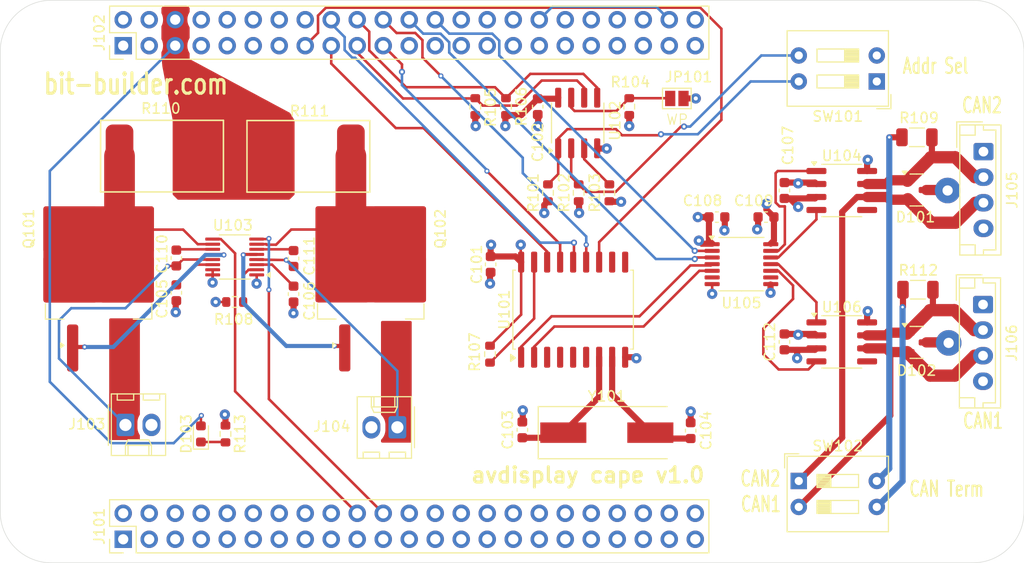
<source format=kicad_pcb>
(kicad_pcb (version 20240108) (generator "pcbnew") (generator_version "8.0")
  (title_block (title "Avdisplay Cape") (rev "1.0") (company "bit-builder.com"))
  (layers (0 "F.Cu" signal) (1 "In1.Cu" power) (2 "In2.Cu" power) (31 "B.Cu" signal) (34 "B.Paste" user) (35 "F.Paste" user) (36 "B.SilkS" user "B.Silkscreen") (37 "F.SilkS" user "F.Silkscreen") (38 "B.Mask" user) (39 "F.Mask" user) (44 "Edge.Cuts" user))
  (net 0 "")
  (net 1 "GPIO1_4")
  (net 2 "GND")
  (net 3 "Net-(U101-OSC2)")
  (net 4 "Net-(U101-OSC1)")
  (net 5 "GPIO2_2")
  (net 6 "Net-(U103-COMP)")
  (net 7 "Net-(U103-CPO1)")
  (net 8 "VIN1")
  (net 9 "Net-(U103-CPO2)")
  (net 10 "VIN2")
  (net 11 "Net-(D101-A2)")
  (net 12 "Net-(D101-A1)")
  (net 13 "Net-(D102-A1)")
  (net 14 "Net-(D102-A2)")
  (net 16 "GPIO2_5")
  (net 21 "GPIO1_7")
  (net 22 "GPIO1_1")
  (net 28 "GPIO1_3")
  (net 34 "GPIO2_3")
  (net 38 "GPIO1_17")
  (net 39 "GPIO1_30")
  (net 41 "GPIO2_4")
  (net 42 "GPIO1_29")
  (net 44 "GPIO1_0")
  (net 46 "GPIO1_6")
  (net 47 "GPIO3_21")
  (net 54 "GPIO1_2")
  (net 55 "AIN0")
  (net 56 "GPIO0_20")
  (net 59 "AIN5")
  (net 60 "I2C2_SDA")
  (net 61 "GPIO3_16")
  (net 62 "AIN6")
  (net 63 "GPIO0_30")
  (net 64 "AIN3")
  (net 65 "GPIO0_31")
  (net 66 "GPIO1_28")
  (net 68 "AIN4")
  (net 69 "SYS_RESETn")
  (net 70 "GPIO3_14")
  (net 71 "SYS_5V")
  (net 72 "GPIO3_15")
  (net 73 "GPIO1_19")
  (net 75 "SCK")
  (net 76 "GPIO3_17")
  (net 77 "PWR_BUT")
  (net 78 "AIN1")
  (net 79 "GPIO0_7")
  (net 80 "AIN2")
  (net 81 "VDD_5V")
  (net 82 "MOSI")
  (net 83 "DC_3.3V")
  (net 84 "MISO")
  (net 85 "I2C2_SCL")
  (net 86 "DCAN1_TX")
  (net 87 "CAN_CS")
  (net 89 "DCAN1_RX")
  (net 90 "CAN_INT")
  (net 95 "Net-(Q101-G)")
  (net 96 "Net-(Q101-D)")
  (net 97 "Net-(Q102-D)")
  (net 98 "Net-(Q102-G)")
  (net 99 "Net-(U102-A0)")
  (net 100 "Net-(U102-A1)")
  (net 101 "Net-(U102-A2)")
  (net 102 "Net-(JP101-B)")
  (net 103 "Net-(U101-~{RESET})")
  (net 104 "Net-(U103-RANGE)")
  (net 105 "Net-(R109-Pad2)")
  (net 106 "Net-(R112-Pad1)")
  (net 109 "MCP_CAN_RX")
  (net 112 "MCP_CAN_TX")
  (net 115 "FETON2")
  (net 116 "FETON1")
  (net 117 "Net-(U104-RXD)")
  (net 119 "Net-(U104-TXD)")
  (net 122 "Net-(U105-B3)")
  (net 123 "Net-(U105-B4)")
  (net 125 "Net-(D103-K)")
  (net 126 "Net-(U103-VCC)")
  (footprint "Package_TO_SOT_SMD:SOT-23" (layer "F.Cu") (at 178.8725 95.45)
    (property "Reference" "D101")
    (property "Value" "CDSOT23-T24CAN")
  )
  (footprint "Resistor_SMD:R_0603_1608Metric" (layer "F.Cu") (at 111.36 119.3 -90)
    (property "Reference" "R113")
    (property "Value" "680")
  )
  (footprint "Package_TO_SOT_SMD:SOT-23" (layer "F.Cu") (at 178.8725 110.35)
    (property "Reference" "D102")
    (property "Value" "CDSOT23-T24CAN")
  )
  (footprint "Package_TO_SOT_SMD:TO-263-2" (layer "F.Cu") (at 98.97 103.25 90)
    (property "Reference" "Q101")
    (property "Value" "PSMN4R3-30BL,118")
  )
  (footprint "Capacitor_SMD:C_0603_1608Metric" (layer "F.Cu") (at 156.8 118.975 90)
    (property "Reference" "C104")
    (property "Value" "30pF")
  )
  (footprint "Package_SO:SOIC-8_3.9x4.9mm_P1.27mm" (layer "F.Cu") (at 171.56 95.5)
    (property "Reference" "U104")
    (property "Value" "MCP2551-I-SN")
  )
  (footprint "Resistor_SMD:R_0603_1608Metric" (layer "F.Cu") (at 148.86 95.725 90)
    (property "Reference" "R103")
    (property "Value" "5.6K")
  )
  (footprint "LED_SMD:LED_0603_1608Metric" (layer "F.Cu") (at 108.96 119.3 90)
    (property "Reference" "D103")
    (property "Value" "LED")
  )
  (footprint "Resistor_SMD:R_0603_1608Metric" (layer "F.Cu") (at 145.86 95.725 90)
    (property "Reference" "R102")
    (property "Value" "5.6K")
  )
  (footprint "Connector_Molex:Molex_KK-254_AE-6410-02A_1x02_P2.54mm_Vertical" (layer "F.Cu") (at 101.59 118.42)
    (property "Reference" "J103")
    (property "Value" "VIN1")
  )
  (footprint "Button_Switch_THT:SW_DIP_SPSTx02_Slide_9.78x7.26mm_W7.62mm_P2.54mm" (layer "F.Cu") (at 167.36 123.9)
    (property "Reference" "SW102")
    (property "Value" "CAN Term")
  )
  (footprint "Package_SO:SOIC-8_3.9x4.9mm_P1.27mm" (layer "F.Cu") (at 171.56 110.3)
    (property "Reference" "U106")
    (property "Value" "MCP2551-I-SN")
  )
  (footprint "Package_TO_SOT_SMD:TO-263-2" (layer "F.Cu") (at 125.55 103.24 90)
    (property "Reference" "Q102")
    (property "Value" "PSMN4R3-30BL,118")
  )
  (footprint "Resistor_SMD:R_0603_1608Metric" (layer "F.Cu") (at 138.76 87.3 90)
    (property "Reference" "R106")
    (property "Value" "5.6K")
  )
  (footprint "Capacitor_SMD:C_0603_1608Metric" (layer "F.Cu") (at 137.26 102.725 -90)
    (property "Reference" "C101")
    (property "Value" "0.1 uF")
  )
  (footprint "Package_SO:SOIC-8_3.9x4.9mm_P1.27mm" (layer "F.Cu") (at 145.765 88.9 90)
    (property "Reference" "U102")
    (property "Value" "CAT24C256")
  )
  (footprint "My Custom Footprints:WSLP3921" (layer "F.Cu") (at 119.46 92.15 180)
    (property "Reference" "R111")
    (property "Value" "2.5m")
  )
  (footprint "Capacitor_SMD:C_0603_1608Metric" (layer "F.Cu") (at 141.86 87.3 -90)
    (property "Reference" "C102")
    (property "Value" "0.1 uF")
  )
  (footprint "Capacitor_SMD:C_0603_1608Metric" (layer "F.Cu") (at 118.01 102.15 -90)
    (property "Reference" "C111")
    (property "Value" "39nF")
  )
  (footprint "Capacitor_SMD:C_0603_1608Metric" (layer "F.Cu") (at 159.36 98.1)
    (property "Reference" "C108")
    (property "Value" "0.1 uF")
  )
  (footprint "Resistor_SMD:R_0603_1608Metric" (layer "F.Cu") (at 135.76 87.3 90)
    (property "Reference" "R105")
    (property "Value" "5.6K")
  )
  (footprint "Crystal:Crystal_SMD_HC49-SD" (layer "F.Cu") (at 148.61 119.175)
    (property "Reference" "Y101")
    (property "Value" "16 MHz")
  )
  (footprint "Resistor_SMD:R_0603_1608Metric" (layer "F.Cu") (at 137.2 111.5 90)
    (property "Reference" "R107")
    (property "Value" "10K")
  )
  (footprint "Resistor_SMD:R_0603_1608Metric" (layer "F.Cu") (at 142.86 95.725 90)
    (property "Reference" "R101")
    (property "Value" "5.6K")
  )
  (footprint "Connector_JST:JST_EH_B4B-EH-A_1x04_P2.50mm_Vertical" (layer "F.Cu") (at 185.36 106.65 -90)
    (property "Reference" "J106")
    (property "Value" "CAN1")
  )
  (footprint "Connector_PinHeader_2.54mm:PinHeader_2x23_P2.54mm_Vertical" (layer "F.Cu") (at 101.37 81.34 90)
    (property "Reference" "J102")
    (property "Value" "P9")
  )
  (footprint "Capacitor_SMD:C_0603_1608Metric" (layer "F.Cu") (at 165.96 95.5 90)
    (property "Reference" "C107")
    (property "Value" "0.1 uF")
  )
  (footprint "Resistor_SMD:R_0603_1608Metric" (layer "F.Cu") (at 112.26 106.4)
    (property "Reference" "R108")
    (property "Value" "30.1K")
  )
  (footprint "Button_Switch_THT:SW_DIP_SPSTx02_Slide_9.78x7.26mm_W7.62mm_P2.54mm" (layer "F.Cu") (at 174.98 84.84 180)
    (property "Reference" "SW101")
    (property "Value" "Address Selector")
  )
  (footprint "Connector_JST:JST_EH_B4B-EH-A_1x04_P2.50mm_Vertical" (layer "F.Cu") (at 185.4 91.7 -90)
    (property "Reference" "J105")
    (property "Value" "CAN2")
  )
  (footprint "Package_SO:MSOP-16_3x4mm_P0.5mm" (layer "F.Cu") (at 112.26 102 180)
    (property "Reference" "U103")
    (property "Value" "LTC4370xMS")
  )
  (footprint "Resistor_SMD:R_1206_3216Metric" (layer "F.Cu") (at 179 105.2)
    (property "Reference" "R112")
    (property "Value" "120")
  )
  (footprint "My Custom Footprints:WSLP3921" (layer "F.Cu") (at 105.16 92.15)
    (property "Reference" "R110")
    (property "Value" "2.5m")
  )
  (footprint "Connector_PinHeader_2.54mm:PinHeader_2x23_P2.54mm_Vertical" (layer "F.Cu") (at 101.37 129.6 90)
    (property "Reference" "J101")
    (property "Value" "P8")
  )
  (footprint "Jumper:SolderJumper-2_P1.3mm_Open_Pad1.0x1.5mm" (layer "F.Cu") (at 155.45 86.5 180)
    (property "Reference" "JP101")
    (property "Value" "SolderJumper_2_Open")
  )
  (footprint "Capacitor_SMD:C_0603_1608Metric" (layer "F.Cu") (at 165.96 110.3 90)
    (property "Reference" "C112")
    (property "Value" "0.1 uF")
  )
  (footprint "Resistor_SMD:R_0603_1608Metric" (layer "F.Cu") (at 150.8 87.3 90)
    (property "Reference" "R104")
    (property "Value" "5.6K")
  )
  (footprint "Capacitor_SMD:C_0603_1608Metric" (layer "F.Cu") (at 164.16 98.1 180)
    (property "Reference" "C109")
    (property "Value" "0.1 uF")
  )
  (footprint "Capacitor_SMD:C_0603_1608Metric" (layer "F.Cu") (at 106.56 105.5 90)
    (property "Reference" "C105")
    (property "Value" "0.1 uF")
  )
  (footprint "Resistor_SMD:R_1206_3216Metric" (layer "F.Cu") (at 178.9 90.3 180)
    (property "Reference" "R109")
    (property "Value" "120")
  )
  (footprint "Capacitor_SMD:C_0603_1608Metric" (layer "F.Cu") (at 140.36 118.9 90)
    (property "Reference" "C103")
    (property "Value" "30pF")
  )
  (footprint "Package_SO:TSSOP-14_4.4x5mm_P0.65mm" (layer "F.Cu") (at 161.76 102.7)
    (property "Reference" "U105")
    (property "Value" "TXB0104PW")
  )
  (footprint "Connector_Molex:Molex_KK-254_AE-6410-02A_1x02_P2.54mm_Vertical" (layer "F.Cu") (at 128.15 118.65 180)
    (property "Reference" "J104")
    (property "Value" "VIN2")
  )
  (footprint "Capacitor_SMD:C_0603_1608Metric" (layer "F.Cu") (at 118.01 105.625 -90)
    (property "Reference" "C106")
    (property "Value" "0.18uF")
  )
  (footprint "Capacitor_SMD:C_0603_1608Metric" (layer "F.Cu") (at 106.56 102.1 90)
    (property "Reference" "C110")
    (property "Value" "39nF")
  )
  (footprint "Package_SO:SOIC-18W_7.5x11.6mm_P1.27mm" (layer "F.Cu") (at 145.32 107.15 90)
    (property "Reference" "U101")
    (property "Value" "MCP2515-xSO")
  )
  (gr_line (start 89.36 81.9) (end 89.36 126.9) (stroke (width 0.05)) (layer "Edge.Cuts"))
  (gr_arc (start 184.36 76.9) (mid 187.895534 78.364466) (end 189.36 81.9) (stroke (width 0.05)) (layer "Edge.Cuts"))
  (gr_arc (start 189.36 126.9) (mid 187.895534 130.435534) (end 184.36 131.9) (stroke (width 0.05)) (layer "Edge.Cuts"))
  (gr_line (start 189.36 126.9) (end 189.36 81.9) (stroke (width 0.05)) (layer "Edge.Cuts"))
  (gr_arc (start 94.36 131.9) (mid 90.824466 130.435534) (end 89.36 126.9) (stroke (width 0.05)) (layer "Edge.Cuts"))
  (gr_arc (start 89.36 81.9) (mid 90.824466 78.364466) (end 94.36 76.9) (stroke (width 0.05)) (layer "Edge.Cuts"))
  (gr_line (start 94.36 131.9) (end 184.36 131.9) (stroke (width 0.05)) (layer "Edge.Cuts"))
  (gr_line (start 184.36 76.9) (end 94.36 76.9) (stroke (width 0.05)) (layer "Edge.Cuts"))
  (gr_text "bit-builder.com" (at 93.45 86.25 0) (layer "F.SilkS") (effects (font (size 2 1.5) (thickness 0.3) (bold yes)) (justify left bottom)))
  (gr_text "WP" (at 154.35 89.15 0) (layer "F.SilkS") (effects (font (size 1 1) (thickness 0.1)) (justify left bottom)))
  (gr_text "avdisplay cape v1.0" (at 135.2 124.2 0) (layer "F.SilkS") (effects (font (size 1.5 1.5) (thickness 0.3) (bold yes)) (justify left bottom)))
  (gr_text "CAN2" (at 161.55 124.55 0) (layer "F.SilkS") (effects (font (size 1.5 1) (thickness 0.2) (bold yes)) (justify left bottom)))
  (gr_text "CAN1" (at 161.6 127.05 0) (layer "F.SilkS") (effects (font (size 1.5 1) (thickness 0.2) (bold yes)) (justify left bottom)))
  (gr_text "CAN2" (at 183.2 88.05 0) (layer "F.SilkS") (effects (font (size 1.5 1) (thickness 0.2) (bold yes)) (justify left bottom)))
  (gr_text "CAN1" (at 183.3 118.9 0) (layer "F.SilkS") (effects (font (size 1.5 1) (thickness 0.2) (bold yes)) (justify left bottom)))
  (gr_text "Addr Sel" (at 177.4 84.2 0) (layer "F.SilkS") (effects (font (size 1.5 1) (thickness 0.2) (bold yes)) (justify left bottom)))
  (gr_text "CAN Term" (at 178.05 125.55 0) (layer "F.SilkS") (effects (font (size 1.5 1) (thickness 0.2) (bold yes)) (justify left bottom)))
  (segment (start 114.41 104.59) (end 114.4 104.6) (width 0.25) (layer "F.Cu") (net 2))
  (segment (start 106.5 107.4) (end 106.5 106.335) (width 0.6) (layer "F.Cu") (net 2))
  (segment (start 174.035 107.365) (end 174.1 107.3) (width 0.6) (layer "F.Cu") (net 2))
  (segment (start 181.85 95.45) (end 181.9 95.5) (width 1) (layer "F.Cu") (net 2))
  (segment (start 156.8 117.1) (end 156.8 118.2) (width 0.6) (layer "F.Cu") (net 2))
  (segment (start 118.01 107.49) (end 118 107.5) (width 0.6) (layer "F.Cu") (net 2))
  (segment (start 179.81 95.45) (end 181.85 95.45) (width 1) (layer "F.Cu") (net 2))
  (segment (start 179.81 110.35) (end 181.95 110.35) (width 1) (layer "F.Cu") (net 2))
  (segment (start 140.4 118.085) (end 140.36 118.125) (width 0.6) (layer "F.Cu") (net 2))
  (segment (start 163.385 99.215) (end 163.3 99.3) (width 0.6) (layer "F.Cu") (net 2))
  (segment (start 160.135 99.365) (end 160.1 99.4) (width 0.6) (layer "F.Cu") (net 2))
  (segment (start 158.8975 105.5975) (end 158.9 105.6) (width 0.25) (layer "F.Cu") (net 2))
  (segment (start 157.3 86.5) (end 156.1 86.5) (width 0.6) (layer "F.Cu") (net 2))
  (segment (start 111.36 117.46) (end 111.3 117.4) (width 0.6) (layer "F.Cu") (net 2))
  (segment (start 168.945 109.525) (end 169.085 109.665) (width 0.6) (layer "F.Cu") (net 2))
  (segment (start 140.4 117) (end 140.4 118.085) (width 0.6) (layer "F.Cu") (net 2))
  (segment (start 165.96 94.725) (end 168.945 94.725) (width 0.6) (layer "F.Cu") (net 2))
  (segment (start 110.11 103.75) (end 110.11 103.91) (width 0.25) (layer "F.Cu") (net 2))
  (segment (start 111.36 118.475) (end 111.36 117.46) (width 0.6) (layer "F.Cu") (net 2))
  (segment (start 110.1 103.76) (end 110.11 103.75) (width 0.25) (layer "F.Cu") (net 2))
  (segment (start 137.2 103.56) (end 137.26 103.5) (width 0.6) (layer "F.Cu") (net 2))
  (segment (start 174.035 92.565) (end 174.1 92.5) (width 0.6) (layer "F.Cu") (net 2))
  (segment (start 110.11 103.25) (end 110.11 103.75) (width 0.25) (layer "F.Cu") (net 2))
  (segment (start 174.035 108.395) (end 174.035 107.365) (width 0.6) (layer "F.Cu") (net 2))
  (segment (start 158.8975 104.65) (end 158.8975 105.5975) (width 0.25) (layer "F.Cu") (net 2))
  (segment (start 118.01 106.4) (end 118.01 107.49) (width 0.6) (layer "F.Cu") (net 2))
  (segment (start 168.945 94.725) (end 169.085 94.865) (width 0.6) (layer "F.Cu") (net 2))
  (segment (start 174.035 93.595) (end 174.035 92.565) (width 0.6) (layer "F.Cu") (net 2))
  (segment (start 163.385 98.1) (end 163.385 99.215) (width 0.6) (layer "F.Cu") (net 2))
  (segment (start 137.2 104.6) (end 137.2 103.56) (width 0.6) (layer "F.Cu") (net 2))
  (segment (start 147.695 91.4) (end 147.67 91.375) (width 0.6) (layer "F.Cu") (net 2))
  (segment (start 141.9 89.2) (end 141.9 88.115) (width 0.6) (layer "F.Cu") (net 2))
  (segment (start 141.9 88.115) (end 141.86 88.075) (width 0.6) (layer "F.Cu") (net 2))
  (segment (start 151.4 111.8) (end 151.5 111.9) (width 0.6) (layer "F.Cu") (net 2))
  (segment (start 110.1 104.5) (end 110.1 103.76) (width 0.25) (layer "F.Cu") (net 2))
  (segment (start 110.4 106.4) (end 111.435 106.4) (width 0.25) (layer "F.Cu") (net 2))
  (segment (start 160.135 98.1) (end 160.135 99.365) (width 0.6) (layer "F.Cu") (net 2))
  (segment (start 165.96 109.525) (end 168.945 109.525) (width 0.6) (layer "F.Cu") (net 2))
  (segment (start 106.5 106.335) (end 106.56 106.275) (width 0.6) (layer "F.Cu") (net 2))
  (segment (start 148.6 91.4) (end 147.695 91.4) (width 0.6) (layer "F.Cu") (net 2))
  (segment (start 181.95 110.35) (end 182 110.4) (width 1) (layer "F.Cu") (net 2))
  (segment (start 114.41 103.75) (end 114.41 104.59) (width 0.25) (layer "F.Cu") (net 2))
  (segment (start 150.4 111.8) (end 151.4 111.8) (width 0.6) (layer "F.Cu") (net 2))
  (via (at 106.5 107.4) (size 1) (drill 0.4) (layers "F.Cu" "B.Cu") (net 2))
  (via (at 174.1 92.5) (size 1) (drill 0.4) (layers "F.Cu" "B.Cu") (net 2))
  (via (at 148.6 91.4) (size 1) (drill 0.4) (layers "F.Cu" "B.Cu") (net 2))
  (via (at 174.1 107.3) (size 1) (drill 0.4) (layers "F.Cu" "B.Cu") (net 2))
  (via (at 158.9 105.6) (size 1) (drill 0.4) (layers "F.Cu" "B.Cu") (net 2))
  (via (at 156.8 117.1) (size 1) (drill 0.4) (layers "F.Cu" "B.Cu") (net 2))
  (via (at 151.5 111.9) (size 1) (drill 0.4) (layers "F.Cu" "B.Cu") (net 2))
  (via (at 110.4 106.4) (size 1) (drill 0.4) (layers "F.Cu" "B.Cu") (net 2))
  (via (at 167.3 94.8) (size 1) (drill 0.4) (layers "F.Cu" "B.Cu") (net 2))
  (via (at 163.3 99.3) (size 1) (drill 0.4) (layers "F.Cu" "B.Cu") (net 2))
  (via (at 114.4 104.6) (size 1) (drill 0.4) (layers "F.Cu" "B.Cu") (net 2))
  (via (at 111.3 117.4) (size 1) (drill 0.4) (layers "F.Cu" "B.Cu") (net 2))
  (via (at 182 110.4) (size 2.5) (drill 1) (layers "F.Cu" "B.Cu") (net 2))
  (via (at 167.3 109.6) (size 1) (drill 0.4) (layers "F.Cu" "B.Cu") (net 2))
  (via (at 181.9 95.5) (size 2.5) (drill 1) (layers "F.Cu" "B.Cu") (net 2))
  (via (at 160.1 99.4) (size 1) (drill 0.4) (layers "F.Cu" "B.Cu") (net 2))
  (via (at 157.3 86.5) (size 1) (drill 0.4) (layers "F.Cu" "B.Cu") (net 2))
  (via (at 110.1 104.5) (size 1) (drill 0.4) (layers "F.Cu" "B.Cu") (net 2))
  (via (at 140.4 117) (size 1) (drill 0.4) (layers "F.Cu" "B.Cu") (net 2))
  (via (at 141.9 89.2) (size 1) (drill 0.4) (layers "F.Cu" "B.Cu") (net 2))
  (via (at 118 107.5) (size 1) (drill 0.4) (layers "F.Cu" "B.Cu") (net 2))
  (via (at 137.2 104.6) (size 1) (drill 0.4) (layers "F.Cu" "B.Cu") (net 2))
  (segment (start 153.435 77.525) (end 154.71 78.8) (width 0.25) (layer "B.Cu") (net 2))
  (segment (start 142.01 78.8) (end 143.285 77.525) (width 0.25) (layer "B.Cu") (net 2))
  (segment (start 143.285 77.525) (end 153.435 77.525) (width 0.25) (layer "B.Cu") (net 2))
  (segment (start 147.86 115.675) (end 144.36 119.175) (width 0.6) (layer "F.Cu") (net 3))
  (segment (start 140.36 119.675) (end 143.86 119.675) (width 0.6) (layer "F.Cu") (net 3))
  (segment (start 143.86 119.675) (end 144.36 119.175) (width 0.6) (layer "F.Cu") (net 3))
  (segment (start 147.86 111.8) (end 147.86 115.675) (width 0.6) (layer "F.Cu") (net 3))
  (segment (start 153.435 119.75) (end 152.86 119.175) (width 0.6) (layer "F.Cu") (net 4))
  (segment (start 149.13 115.445) (end 152.86 119.175) (width 0.6) (layer "F.Cu") (net 4))
  (segment (start 149.13 111.8) (end 149.13 115.445) (width 0.6) (layer "F.Cu") (net 4))
  (segment (start 156.8 119.75) (end 153.435 119.75) (width 0.6) (layer "F.Cu") (net 4))
  (segment (start 114.41 102.75) (end 115.91 102.75) (width 0.25) (layer "F.Cu") (net 6))
  (segment (start 115.91 102.75) (end 118.01 104.85) (width 0.25) (layer "F.Cu") (net 6))
  (segment (start 106.635 101.25) (end 110.11 101.25) (width 0.25) (layer "F.Cu") (net 7))
  (segment (start 106.56 101.325) (end 106.635 101.25) (width 0.25) (layer "F.Cu") (net 7))
  (segment (start 105.725 102.875) (end 105.7 102.9) (width 0.25) (layer "F.Cu") (net 8))
  (segment (start 106.56 102.875) (end 107.185 102.25) (width 0.25) (layer "F.Cu") (net 8))
  (segment (start 107.185 102.25) (end 110.11 102.25) (width 0.25) (layer "F.Cu") (net 8))
  (segment (start 106.56 102.875) (end 105.725 102.875) (width 0.25) (layer "F.Cu") (net 8))
  (via (at 105.7 102.9) (size 0.5) (drill 0.254) (layers "F.Cu" "B.Cu") (net 8))
  (segment (start 95.1 108.2) (end 95.1 111.93) (width 0.25) (layer "B.Cu") (net 8))
  (segment (start 96.29 107.01) (end 95.1 108.2) (width 0.25) (layer "B.Cu") (net 8))
  (segment (start 95.1 111.93) (end 101.59 118.42) (width 0.25) (layer "B.Cu") (net 8))
  (segment (start 101.59 107.01) (end 96.29 107.01) (width 0.25) (layer "B.Cu") (net 8))
  (segment (start 105.7 102.9) (end 101.59 107.01) (width 0.25) (layer "B.Cu") (net 8))
  (segment (start 117.885 101.25) (end 118.01 101.375) (width 0.25) (layer "F.Cu") (net 9))
  (segment (start 114.41 101.25) (end 117.885 101.25) (width 0.25) (layer "F.Cu") (net 9))
  (segment (start 117.335 102.25) (end 117.3 102.3) (width 0.25) (layer "F.Cu") (net 10))
  (segment (start 117.3 102.3) (end 114.41 102.25) (width 0.25) (layer "F.Cu") (net 10))
  (segment (start 118.01 102.925) (end 117.335 102.25) (width 0.25) (layer "F.Cu") (net 10))
  (via (at 117.3 102.3) (size 0.5) (drill 0.254) (layers "F.Cu" "B.Cu") (net 10))
  (segment (start 128.15 113.15) (end 128.15 118.65) (width 0.25) (layer "B.Cu") (net 10))
  (segment (start 117.3 102.3) (end 128.15 113.15) (width 0.25) (layer "B.Cu") (net 10))
  (segment (start 171.6 119.66) (end 171.6 97.595001) (width 0.6) (layer "F.Cu") (net 11))
  (segment (start 176.035 96.135) (end 176.3 96.4) (width 1) (layer "F.Cu") (net 11))
  (segment (start 182.675 98.65) (end 180.275 98.65) (width 1.2) (layer "F.Cu") (net 11))
  (segment (start 176.3 96.4) (end 177.935 96.4) (width 1) (layer "F.Cu") (net 11))
  (segment (start 180.275 98.615) (end 178.01 96.35) (width 1.2) (layer "F.Cu") (net 11))
  (segment (start 180.275 98.65) (end 180.275 98.615) (width 1.2) (layer "F.Cu") (net 11))
  (segment (start 167.36 123.9) (end 171.6 119.66) (width 0.6) (layer "F.Cu") (net 11))
  (segment (start 173.060001 96.135) (end 174.035 96.135) (width 0.6) (layer "F.Cu") (net 11))
  (segment (start 171.6 97.595001) (end 173.060001 96.135) (width 0.6) (layer "F.Cu") (net 11))
  (segment (start 184.625 96.7) (end 182.675 98.65) (width 1.2) (layer "F.Cu") (net 11))
  (segment (start 174.035 96.135) (end 176.035 96.135) (width 1) (layer "F.Cu") (net 11))
  (segment (start 185.435 96.7) (end 184.625 96.7) (width 1.2) (layer "F.Cu") (net 11))
  (segment (start 182.64 92.25) (end 180.24 92.25) (width 1.2) (layer "F.Cu") (net 12))
  (segment (start 174.035 94.865) (end 175.935 94.865) (width 1) (layer "F.Cu") (net 12))
  (segment (start 176.3 94.5) (end 177.935 94.5) (width 1) (layer "F.Cu") (net 12))
  (segment (start 180.24 92.285) (end 177.975 94.55) (width 1.2) (layer "F.Cu") (net 12))
  (segment (start 175.935 94.865) (end 176.3 94.5) (width 1) (layer "F.Cu") (net 12))
  (segment (start 180.3625 90.3) (end 180.3625 92.1625) (width 0.6) (layer "F.Cu") (net 12))
  (segment (start 180.3625 92.1625) (end 180.24 92.285) (width 0.6) (layer "F.Cu") (net 12))
  (segment (start 185.4 94.2) (end 184.59 94.2) (width 1.2) (layer "F.Cu") (net 12))
  (segment (start 184.59 94.2) (end 182.64 92.25) (width 1.2) (layer "F.Cu") (net 12))
  (segment (start 180.165 107.235) (end 177.9 109.5) (width 1.2) (layer "F.Cu") (net 13))
  (segment (start 175.935 109.665) (end 176.2 109.4) (width 1) (layer "F.Cu") (net 13))
  (segment (start 182.565 107.2) (end 180.165 107.2) (width 1.2) (layer "F.Cu") (net 13))
  (segment (start 184.515 109.15) (end 182.565 107.2) (width 1.2) (layer "F.Cu") (net 13))
  (segment (start 174.035 109.665) (end 175.935 109.665) (width 1) (layer "F.Cu") (net 13))
  (segment (start 180.4625 106.9375) (end 180.165 107.235) (width 0.6) (layer "F.Cu") (net 13))
  (segment (start 176.2 109.4) (end 177.935 109.4) (width 1) (layer "F.Cu") (net 13))
  (segment (start 180.4625 105.2) (end 180.4625 106.9375) (width 0.6) (layer "F.Cu") (net 13))
  (segment (start 185.325 109.15) (end 184.515 109.15) (width 1.2) (layer "F.Cu") (net 13))
  (segment (start 174.035 110.935) (end 175.935 110.935) (width 1) (layer "F.Cu") (net 14))
  (segment (start 175.935 110.935) (end 176.3 111.3) (width 1) (layer "F.Cu") (net 14))
  (segment (start 184.55 111.65) (end 182.6 113.6) (width 1.2) (layer "F.Cu") (net 14))
  (segment (start 167.36 126.44) (end 176.3 117.5) (width 0.6) (layer "F.Cu") (net 14))
  (segment (start 176.3 117.5) (end 176.3 111.3) (width 0.6) (layer "F.Cu") (net 14))
  (segment (start 180.2 113.565) (end 177.935 111.3) (width 1.2) (layer "F.Cu") (net 14))
  (segment (start 180.2 113.6) (end 180.2 113.565) (width 1.2) (layer "F.Cu") (net 14))
  (segment (start 185.36 111.65) (end 184.55 111.65) (width 1.2) (layer "F.Cu") (net 14))
  (segment (start 182.6 113.6) (end 180.2 113.6) (width 1.2) (layer "F.Cu") (net 14))
  (segment (start 176.3 111.3) (end 177.935 111.3) (width 1) (layer "F.Cu") (net 14))
  (segment (start 147.67 85.450001) (end 146.319999 84.1) (width 0.25) (layer "F.Cu") (net 60))
  (segment (start 125.405 79.975) (end 124.23 78.8) (width 0.25) (layer "F.Cu") (net 60))
  (segment (start 141.135 84.1) (end 138.76 86.475) (width 0.25) (layer "F.Cu") (net 60))
  (segment (start 129 85.4) (end 125.405 81.805) (width 0.25) (layer "F.Cu") (net 60))
  (segment (start 147.67 86.425) (end 147.67 85.450001) (width 0.25) (layer "F.Cu") (net 60))
  (segment (start 138.76 86.475) (end 137.685 85.4) (width 0.25) (layer "F.Cu") (net 60))
  (segment (start 125.405 81.805) (end 125.405 79.975) (width 0.25) (layer "F.Cu") (net 60))
  (segment (start 146.319999 84.1) (end 141.135 84.1) (width 0.25) (layer "F.Cu") (net 60))
  (segment (start 137.685 85.4) (end 129 85.4) (width 0.25) (layer "F.Cu") (net 60))
  (segment (start 165.96 96.275) (end 166.475 96.275) (width 0.6) (layer "F.Cu") (net 71))
  (segment (start 165.96 96.275) (end 168.945 96.275) (width 0.6) (layer "F.Cu") (net 71))
  (segment (start 167.2 111.9) (end 167.2 111.075) (width 0.6) (layer "F.Cu") (net 71))
  (segment (start 168.945 96.275) (end 169.085 96.135) (width 0.6) (layer "F.Cu") (net 71))
  (segment (start 164.935 98.1) (end 164.935 100.3875) (width 0.6) (layer "F.Cu") (net 71))
  (segment (start 167.2 111.075) (end 168.945 111.075) (width 0.6) (layer "F.Cu") (net 71))
  (segment (start 165.96 111.075) (end 167.2 111.075) (width 0.6) (layer "F.Cu") (net 71))
  (segment (start 168.945 111.075) (end 169.085 110.935) (width 0.6) (layer "F.Cu") (net 71))
  (segment (start 166.475 96.275) (end 167.3 97.1) (width 0.6) (layer "F.Cu") (net 71))
  (segment (start 164.2 96.8) (end 164.2 97.365) (width 0.6) (layer "F.Cu") (net 71))
  (segment (start 164.2 97.365) (end 164.935 98.1) (width 0.6) (layer "F.Cu") (net 71))
  (segment (start 164.935 100.3875) (end 164.6225 100.7) (width 0.6) (layer "F.Cu") (net 71))
  (via (at 164.2 96.8) (size 1) (drill 0.4) (layers "F.Cu" "B.Cu") (net 71))
  (via (at 167.2 111.9) (size 1) (drill 0.4) (layers "F.Cu" "B.Cu") (net 71))
  (via (at 167.3 97.1) (size 1) (drill 0.4) (layers "F.Cu" "B.Cu") (net 71))
  (segment (start 126.77 78.8) (end 128.07 80.1) (width 0.25) (layer "F.Cu") (net 75))
  (segment (start 130.6 80.8) (end 130.6 82.5) (width 0.25) (layer "F.Cu") (net 75))
  (segment (start 146.6 102.49) (end 146.59 102.5) (width 0.25) (layer "F.Cu") (net 75))
  (segment (start 129.9 80.1) (end 130.6 80.8) (width 0.25) (layer "F.Cu") (net 75))
  (segment (start 130.6 82.5) (end 132.4 84.3) (width 0.25) (layer "F.Cu") (net 75))
  (segment (start 146.6 100.8) (end 146.6 102.49) (width 0.25) (layer "F.Cu") (net 75))
  (segment (start 128.07 80.1) (end 129.9 80.1) (width 0.25) (layer "F.Cu") (net 75))
  (via (at 132.4 84.3) (size 0.5) (drill 0.254) (layers "F.Cu" "B.Cu") (net 75))
  (via (at 146.6 100.8) (size 0.5) (drill 0.254) (layers "F.Cu" "B.Cu") (net 75))
  (segment (start 146.6 100) (end 146.6 100.8) (width 0.25) (layer "B.Cu") (net 75))
  (segment (start 132.4 84.3) (end 140.4 92.3) (width 0.25) (layer "B.Cu") (net 75))
  (segment (start 140.4 93.8) (end 146.6 100) (width 0.25) (layer "B.Cu") (net 75))
  (segment (start 140.4 92.3) (end 140.4 93.8) (width 0.25) (layer "B.Cu") (net 75))
  (segment (start 108.96 117.54) (end 109 117.5) (width 0.25) (layer "F.Cu") (net 81))
  (segment (start 108.96 118.5125) (end 108.96 117.54) (width 0.25) (layer "F.Cu") (net 81))
  (segment (start 106.45 81.34) (end 106.45 78.8) (width 1.2) (layer "F.Cu") (net 81))
  (via (at 109 117.5) (size 0.5) (drill 0.254) (layers "F.Cu" "B.Cu") (net 81))
  (segment (start 109 117.5) (end 106.3 120.2) (width 0.25) (layer "B.Cu") (net 81))
  (segment (start 100.2 120.2) (end 94.2 114.2) (width 0.25) (layer "B.Cu") (net 81))
  (segment (start 94.2 114.2) (end 94.2 93.59) (width 0.25) (layer "B.Cu") (net 81))
  (segment (start 106.3 120.2) (end 100.2 120.2) (width 0.25) (layer "B.Cu") (net 81))
  (segment (start 94.2 93.59) (end 106.45 81.34) (width 0.25) (layer "B.Cu") (net 81))
  (segment (start 145.4 100.6) (end 145.4 102.42) (width 0.25) (layer "F.Cu") (net 82))
  (segment (start 145.4 102.42) (end 145.32 102.5) (width 0.25) (layer "F.Cu") (net 82))
  (via (at 145.4 100.6) (size 0.6) (drill 0.3) (layers "F.Cu" "B.Cu") (net 82))
  (segment (start 123 81.771701) (end 123.743299 82.515) (width 0.25) (layer "B.Cu") (net 82))
  (segment (start 123 80.5) (end 123 81.771701) (width 0.25) (layer "B.Cu") (net 82))
  (segment (start 124.015 82.515) (end 142.1 100.6) (width 0.25) (layer "B.Cu") (net 82))
  (segment (start 123.743299 82.515) (end 124.015 82.515) (width 0.25) (layer "B.Cu") (net 82))
  (segment (start 121.69 78.8) (end 121.69 79.19) (width 0.25) (layer "B.Cu") (net 82))
  (segment (start 121.69 79.19) (end 123 80.5) (width 0.25) (layer "B.Cu") (net 82))
  (segment (start 142.1 100.6) (end 145.4 100.6) (width 0.25) (layer "B.Cu") (net 82))
  (segment (start 164.6 104.7) (end 164.6225 104.7) (width 0.6) (layer "F.Cu") (net 83))
  (segment (start 137.26 101.95) (end 137.26 100.84) (width 0.6) (layer "F.Cu") (net 83))
  (segment (start 142.5 97.7) (end 142.5 96.91) (width 0.6) (layer "F.Cu") (net 83))
  (segment (start 138.76 88.125) (end 140.26 88.125) (width 0.6) (layer "F.Cu") (net 83))
  (segment (start 157.5 98.1) (end 158.585 98.1) (width 0.6) (layer "F.Cu") (net 83))
  (segment (start 135.76 88.125) (end 135.76 89.16) (width 0.6) (layer "F.Cu") (net 83))
  (segment (start 157.9 100.7) (end 158.8975 100.7) (width 0.6) (layer "F.Cu") (net 83))
  (segment (start 140.24 107.635) (end 140.24 102.5) (width 0.25) (layer "F.Cu") (net 83))
  (segment (start 142.5 96.91) (end 142.86 96.55) (width 0.6) (layer "F.Cu") (net 83))
  (segment (start 137.26 101.95) (end 139.69 101.95) (width 0.6) (layer "F.Cu") (net 83))
  (segment (start 158.585 98.1) (end 158.585 100.3875) (width 0.6) (layer "F.Cu") (net 83))
  (segment (start 164.6 105.5) (end 164.6 104.7) (width 0.6) (layer "F.Cu") (net 83))
  (segment (start 138.7 89.2) (end 138.7 88.185) (width 0.6) (layer "F.Cu") (net 83))
  (segment (start 148.91 96.6) (end 148.86 96.55) (width 0.6) (layer "F.Cu") (net 83))
  (segment (start 150.8 89.2) (end 150.8 88.125) (width 0.6) (layer "F.Cu") (net 83))
  (segment (start 135.76 89.16) (end 135.8 89.2) (width 0.6) (layer "F.Cu") (net 83))
  (segment (start 141.86 86.525) (end 143.76 86.525) (width 0.6) (layer "F.Cu") (net 83))
  (segment (start 143.76 86.525) (end 143.86 86.425) (width 0.6) (layer "F.Cu") (net 83))
  (segment (start 140.2 102.46) (end 140.24 102.5) (width 0.25) (layer "F.Cu") (net 83))
  (segment (start 137.2 110.675) (end 140.24 107.635) (width 0.25) (layer "F.Cu") (net 83))
  (segment (start 138.7 88.185) (end 138.76 88.125) (width 0.6) (layer "F.Cu") (net 83))
  (segment (start 139.69 101.95) (end 140.24 102.5) (width 0.6) (layer "F.Cu") (net 83))
  (segment (start 140.2 100.8) (end 140.2 102.46) (width 0.25) (layer "F.Cu") (net 83))
  (segment (start 150 96.6) (end 148.91 96.6) (width 0.6) (layer "F.Cu") (net 83))
  (segment (start 145.9 96.59) (end 145.86 96.55) (width 0.6) (layer "F.Cu") (net 83))
  (segment (start 140.26 88.125) (end 141.86 86.525) (width 0.6) (layer "F.Cu") (net 83))
  (segment (start 157.6 100.4) (end 157.9 100.7) (width 0.6) (layer "F.Cu") (net 83))
  (segment (start 145.9 97.7) (end 145.9 96.59) (width 0.6) (layer "F.Cu") (net 83))
  (segment (start 137.26 100.84) (end 137.3 100.8) (width 0.6) (layer "F.Cu") (net 83))
  (segment (start 158.585 100.3875) (end 158.8975 100.7) (width 0.6) (layer "F.Cu") (net 83))
  (via (at 140.2 100.8) (size 1) (drill 0.4) (layers "F.Cu" "B.Cu") (net 83))
  (via (at 137.3 100.8) (size 1) (drill 0.4) (layers "F.Cu" "B.Cu") (net 83))
  (via (at 142.5 97.7) (size 1) (drill 0.4) (layers "F.Cu" "B.Cu") (net 83))
  (via (at 157.6 100.4) (size 1) (drill 0.4) (layers "F.Cu" "B.Cu") (net 83))
  (via (at 145.9 97.7) (size 1) (drill 0.4) (layers "F.Cu" "B.Cu") (net 83))
  (via (at 150 96.6) (size 1) (drill 0.4) (layers "F.Cu" "B.Cu") (net 83))
  (via (at 157.5 98.1) (size 1) (drill 0.4) (layers "F.Cu" "B.Cu") (net 83))
  (via (at 135.8 89.2) (size 1) (drill 0.4) (layers "F.Cu" "B.Cu") (net 83))
  (via (at 150.8 89.2) (size 1) (drill 0.4) (layers "F.Cu" "B.Cu") (net 83))
  (via (at 164.6 105.5) (size 1) (drill 0.4) (layers "F.Cu" "B.Cu") (net 83))
  (via (at 138.7 89.2) (size 1) (drill 0.4) (layers "F.Cu" "B.Cu") (net 83))
  (segment (start 136.9 93.6) (end 144.05 100.75) (width 0.25) (layer "F.Cu") (net 84))
  (segment (start 126.77 81.34) (end 128.6 83.17) (width 0.25) (layer "F.Cu") (net 84))
  (segment (start 128.6 83.17) (end 128.6 83.9) (width 0.25) (layer "F.Cu") (net 84))
  (segment (start 144.05 100.75) (end 144.05 102.5) (width 0.25) (layer "F.Cu") (net 84))
  (via (at 136.9 93.6) (size 0.5) (drill 0.254) (layers "F.Cu" "B.Cu") (net 84))
  (via (at 128.6 83.9) (size 0.6) (drill 0.3) (layers "F.Cu" "B.Cu") (net 84))
  (segment (start 136.9 93.6) (end 136.9 93.5) (width 0.25) (layer "B.Cu") (net 84))
  (segment (start 128.6 85.2) (end 128.6 83.9) (width 0.25) (layer "B.Cu") (net 84))
  (segment (start 136.9 93.5) (end 128.6 85.2) (width 0.25) (layer "B.Cu") (net 84))
  (segment (start 124.23 82.03) (end 124.23 81.34) (width 0.25) (layer "F.Cu") (net 85))
  (segment (start 135.735 86.5) (end 128.7 86.5) (width 0.25) (layer "F.Cu") (net 85))
  (segment (start 145.699999 84.75) (end 142.25 84.75) (width 0.25) (layer "F.Cu") (net 85))
  (segment (start 135.76 86.475) (end 135.735 86.5) (width 0.25) (layer "F.Cu") (net 85))
  (segment (start 142.25 84.75) (end 139.8 87.2) (width 0.25) (layer "F.Cu") (net 85))
  (segment (start 146.4 85.450001) (end 145.699999 84.75) (width 0.25) (layer "F.Cu") (net 85))
  (segment (start 128.7 86.5) (end 124.23 82.03) (width 0.25) (layer "F.Cu") (net 85))
  (segment (start 136.485 87.2) (end 135.76 86.475) (width 0.25) (layer "F.Cu") (net 85))
  (segment (start 139.8 87.2) (end 136.485 87.2) (width 0.25) (layer "F.Cu") (net 85))
  (segment (start 146.4 86.425) (end 146.4 85.450001) (width 0.25) (layer "F.Cu") (net 85))
  (segment (start 157.2 101.4) (end 158.8975 101.4) (width 0.25) (layer "F.Cu") (net 86))
  (via (at 157.2 101.4) (size 0.6) (drill 0.3) (layers "F.Cu" "B.Cu") (net 86))
  (segment (start 137.416701 80.165) (end 138.105 80.853299) (width 0.25) (layer "B.Cu") (net 86))
  (segment (start 131.85 78.8) (end 133.215 80.165) (width 0.25) (layer "B.Cu") (net 86))
  (segment (start 138.105 82.305) (end 157.2 101.4) (width 0.25) (layer "B.Cu") (net 86))
  (segment (start 138.105 80.853299) (end 138.105 82.305) (width 0.25) (layer "B.Cu") (net 86))
  (segment (start 133.215 80.165) (end 137.416701 80.165) (width 0.25) (layer "B.Cu") (net 86))
  (segment (start 121.69 81.34) (end 121.69 83.09) (width 0.25) (layer "F.Cu") (net 87))
  (segment (start 121.69 83.09) (end 128 89.4) (width 0.25) (layer "F.Cu") (net 87))
  (segment (start 128 89.4) (end 130.704999 89.4) (width 0.25) (layer "F.Cu") (net 87))
  (segment (start 142.78 101.475001) (end 142.78 102.5) (width 0.25) (layer "F.Cu") (net 87))
  (segment (start 130.704999 89.4) (end 142.78 101.475001) (width 0.25) (layer "F.Cu") (net 87))
  (segment (start 157.35 102.05) (end 158.8975 102.05) (width 0.25) (layer "F.Cu") (net 89))
  (segment (start 157.2 102.2) (end 157.35 102.05) (width 0.25) (layer "F.Cu") (net 89))
  (via (at 157.2 102.2) (size 0.6) (drill 0.3) (layers "F.Cu" "B.Cu") (net 89))
  (segment (start 132.365 80.165) (end 133.215 81.015) (width 0.25) (layer "B.Cu") (net 89))
  (segment (start 129.31 78.8) (end 130.675 80.165) (width 0.25) (layer "B.Cu") (net 89))
  (segment (start 130.675 80.165) (end 132.365 80.165) (width 0.25) (layer "B.Cu") (net 89))
  (segment (start 153.4 102.2) (end 157.2 102.2) (width 0.25) (layer "B.Cu") (net 89))
  (segment (start 133.215 82.015) (end 153.4 102.2) (width 0.25) (layer "B.Cu") (net 89))
  (segment (start 133.215 81.015) (end 133.215 82.015) (width 0.25) (layer "B.Cu") (net 89))
  (segment (start 159.8 88.6) (end 159.8 79.688299) (width 0.25) (layer "F.Cu") (net 90))
  (segment (start 120.4 78.4) (end 120.4 80.09) (width 0.25) (layer "F.Cu") (net 90))
  (segment (start 147.86 102.5) (end 147.86 100.54) (width 0.25) (layer "F.Cu") (net 90))
  (segment (start 159.8 79.688299) (end 157.736701 77.625) (width 0.25) (layer "F.Cu") (net 90))
  (segment (start 157.736701 77.625) (end 121.175 77.625) (width 0.25) (layer "F.Cu") (net 90))
  (segment (start 121.175 77.625) (end 120.4 78.4) (width 0.25) (layer "F.Cu") (net 90))
  (segment (start 147.86 100.54) (end 159.8 88.6) (width 0.25) (layer "F.Cu") (net 90))
  (segment (start 120.4 80.09) (end 119.15 81.34) (width 0.25) (layer "F.Cu") (net 90))
  (segment (start 110.11 101.75) (end 111.15 101.75) (width 0.3) (layer "F.Cu") (net 95))
  (segment (start 97.6 110.8) (end 96.53 110.8) (width 0.4) (layer "F.Cu") (net 95))
  (segment (start 111.15 101.75) (end 111.2 101.8) (width 0.4) (layer "F.Cu") (net 95))
  (segment (start 96.53 110.8) (end 96.43 110.9) (width 0.4) (layer "F.Cu") (net 95))
  (via (at 97.6 110.8) (size 0.5) (drill 0.254) (layers "F.Cu" "B.Cu") (net 95))
  (via (at 111.2 101.8) (size 0.5) (drill 0.254) (layers "F.Cu" "B.Cu") (net 95))
  (segment (start 97.6 110.8) (end 100.4 110.8) (width 0.4) (layer "B.Cu") (net 95))
  (segment (start 100.4 110.8) (end 109.4 101.8) (width 0.4) (layer "B.Cu") (net 95))
  (segment (start 109.4 101.8) (end 111.2 101.8) (width 0.4) (layer "B.Cu") (net 95))
  (segment (start 110.11 100.75) (end 108.65 100.75) (width 0.25) (layer "F.Cu") (net 96))
  (segment (start 101.01 98.59) (end 101.745 99.325) (width 3) (layer "F.Cu") (net 96))
  (segment (start 107.225 99.325) (end 101.745 99.325) (width 0.25) (layer "F.Cu") (net 96))
  (segment (start 101.01 92.15) (end 101.01 98.59) (width 3) (layer "F.Cu") (net 96))
  (segment (start 108.65 100.75) (end 107.225 99.325) (width 0.25) (layer "F.Cu") (net 96))
  (segment (start 123.61 98.48) (end 122.775 99.315) (width 3) (layer "F.Cu") (net 97))
  (segment (start 115.386827 100.8) (end 116.3 100.8) (width 0.25) (layer "F.Cu") (net 97))
  (segment (start 114.41 100.75) (end 115.336827 100.75) (width 0.25) (layer "F.Cu") (net 97))
  (segment (start 123.61 92.15) (end 123.61 98.48) (width 3) (layer "F.Cu") (net 97))
  (segment (start 117.785 99.315) (end 122.775 99.315) (width 0.25) (layer "F.Cu") (net 97))
  (segment (start 116.3 100.8) (end 117.785 99.315) (width 0.25) (layer "F.Cu") (net 97))
  (segment (start 115.336827 100.75) (end 115.386827 100.8) (width 0.25) (layer "F.Cu") (net 97))
  (segment (start 114.41 101.75) (end 113.15 101.75) (width 0.3) (layer "F.Cu") (net 98))
  (segment (start 113.15 101.75) (end 113.1 101.8) (width 0.4) (layer "F.Cu") (net 98))
  (segment (start 122.82 110.7) (end 123.01 110.89) (width 0.4) (layer "F.Cu") (net 98))
  (segment (start 122 110.7) (end 122.82 110.7) (width 0.4) (layer "F.Cu") (net 98))
  (via (at 113.1 101.8) (size 0.5) (drill 0.254) (layers "F.Cu" "B.Cu") (net 98))
  (via (at 122 110.7) (size 0.5) (drill 0.254) (layers "F.Cu" "B.Cu") (net 98))
  (segment (start 113.1 101.8) (end 113.1 106.5) (width 0.4) (layer "B.Cu") (net 98))
  (segment (start 114.7 108.1) (end 117.3 110.7) (width 0.4) (layer "B.Cu") (net 98))
  (segment (start 113.1 106.5) (end 114.7 108.1) (width 0.4) (layer "B.Cu") (net 98))
  (segment (start 117.3 110.7) (end 122 110.7) (width 0.4) (layer "B.Cu") (net 98))
  (segment (start 153.8 90.1) (end 150.1 90.1) (width 0.25) (layer "F.Cu") (net 99))
  (segment (start 143.86 93.9) (end 142.86 94.9) (width 0.25) (layer "F.Cu") (net 99))
  (segment (start 153.9 90) (end 153.8 90.1) (width 0.25) (layer "F.Cu") (net 99))
  (segment (start 144.760001 89.5) (end 143.86 90.400001) (width 0.25) (layer "F.Cu") (net 99))
  (segment (start 150.1 90.1) (end 149.5 89.5) (width 0.25) (layer "F.Cu") (net 99))
  (segment (start 149.5 89.5) (end 144.760001 89.5) (width 0.25) (layer "F.Cu") (net 99))
  (segment (start 143.86 90.400001) (end 143.86 91.375) (width 0.25) (layer "F.Cu") (net 99))
  (segment (start 143.86 91.375) (end 143.86 93.9) (width 0.25) (layer "F.Cu") (net 99))
  (via (at 153.9 90) (size 0.6) (drill 0.3) (layers "F.Cu" "B.Cu") (net 99))
  (segment (start 157.5 90) (end 162.66 84.84) (width 0.25) (layer "B.Cu") (net 99))
  (segment (start 153.9 90) (end 157.5 90) (width 0.25) (layer "B.Cu") (net 99))
  (segment (start 162.66 84.84) (end 167.36 84.84) (width 0.25) (layer "B.Cu") (net 99))
  (segment (start 145.13 94.17) (end 145.86 94.9) (width 0.25) (layer "F.Cu") (net 100))
  (segment (start 145.13 91.375) (end 145.13 94.17) (width 0.25) (layer "F.Cu") (net 100))
  (segment (start 156.15 89.25) (end 155.85 89.25) (width 0.25) (layer "F.Cu") (net 100))
  (segment (start 146.585 95.625) (end 145.86 94.9) (width 0.25) (layer "F.Cu") (net 100))
  (segment (start 149.475 95.625) (end 146.585 95.625) (width 0.25) (layer "F.Cu") (net 100))
  (segment (start 155.85 89.25) (end 149.475 95.625) (width 0.25) (layer "F.Cu") (net 100))
  (via (at 156.15 89.25) (size 0.6) (drill 0.3) (layers "F.Cu" "B.Cu") (net 100))
  (segment (start 156.15 89.25) (end 156.75 89.25) (width 0.25) (layer "B.Cu") (net 100))
  (segment (start 156.75 89.25) (end 163.7 82.3) (width 0.25) (layer "B.Cu") (net 100))
  (segment (start 163.7 82.3) (end 167.36 82.3) (width 0.25) (layer "B.Cu") (net 100))
  (segment (start 146.4 92.44) (end 148.86 94.9) (width 0.25) (layer "F.Cu") (net 101))
  (segment (start 146.4 91.375) (end 146.4 92.44) (width 0.25) (layer "F.Cu") (net 101))
  (segment (start 145.455001 87.725) (end 145.13 87.399999) (width 0.25) (layer "F.Cu") (net 102))
  (segment (start 149.55 87.725) (end 145.455001 87.725) (width 0.25) (layer "F.Cu") (net 102))
  (segment (start 154.775 86.475) (end 154.8 86.5) (width 0.25) (layer "F.Cu") (net 102))
  (segment (start 150.8 86.475) (end 149.55 87.725) (width 0.25) (layer "F.Cu") (net 102))
  (segment (start 145.13 87.399999) (end 145.13 86.425) (width 0.25) (layer "F.Cu") (net 102))
  (segment (start 150.8 86.475) (end 154.775 86.475) (width 0.25) (layer "F.Cu") (net 102))
  (segment (start 141.51 108.015) (end 141.51 102.5) (width 0.25) (layer "F.Cu") (net 103))
  (segment (start 137.2 112.325) (end 141.51 108.015) (width 0.25) (layer "F.Cu") (net 103))
  (segment (start 113.085 103.782236) (end 113.085 106.4) (width 0.25) (layer "F.Cu") (net 104))
  (segment (start 113.617236 103.25) (end 113.085 103.782236) (width 0.25) (layer "F.Cu") (net 104))
  (segment (start 114.41 103.25) (end 113.617236 103.25) (width 0.25) (layer "F.Cu") (net 104))
  (segment (start 177.4375 90.3) (end 176.2 90.3) (width 0.6) (layer "F.Cu") (net 105))
  (via (at 176.2 90.3) (size 0.5) (drill 0.254) (layers "F.Cu" "B.Cu") (net 105))
  (segment (start 176.2 122.68) (end 174.98 123.9) (width 0.6) (layer "B.Cu") (net 105))
  (segment (start 176.2 90.3) (end 176.2 122.68) (width 0.6) (layer "B.Cu") (net 105))
  (segment (start 177.5375 106.8625) (end 177.5 106.9) (width 0.6) (layer "F.Cu") (net 106))
  (segment (start 177.5375 105.2) (end 177.5375 106.8625) (width 0.6) (layer "F.Cu") (net 106))
  (via (at 177.5 106.9) (size 0.5) (drill 0.254) (layers "F.Cu" "B.Cu") (net 106))
  (segment (start 177.5 123.92) (end 174.98 126.44) (width 0.6) (layer "B.Cu") (net 106))
  (segment (start 177.5 106.9) (end 177.5 123.92) (width 0.6) (layer "B.Cu") (net 106))
  (segment (start 158.8975 103.35) (end 157.65 103.35) (width 0.25) (layer "F.Cu") (net 109))
  (segment (start 157.65 103.35) (end 152.2 108.8) (width 0.25) (layer "F.Cu") (net 109))
  (segment (start 141.51 110.775001) (end 143.485001 108.8) (width 0.25) (layer "F.Cu") (net 109))
  (segment (start 143.485001 108.8) (end 152.2 108.8) (width 0.25) (layer "F.Cu") (net 109))
  (segment (start 141.51 111.8) (end 141.51 110.775001) (width 0.25) (layer "F.Cu") (net 109))
  (segment (start 151.8 107.8) (end 156.775 102.825) (width 0.25) (layer "F.Cu") (net 112))
  (segment (start 158.7725 102.825) (end 158.8975 102.7) (width 0.25) (layer "F.Cu") (net 112))
  (segment (start 156.775 102.825) (end 158.7725 102.825) (width 0.25) (layer "F.Cu") (net 112))
  (segment (start 140.24 111.8) (end 140.24 110.775001) (width 0.25) (layer "F.Cu") (net 112))
  (segment (start 143.215001 107.8) (end 151.8 107.8) (width 0.25) (layer "F.Cu") (net 112))
  (segment (start 140.24 110.775001) (end 143.215001 107.8) (width 0.25) (layer "F.Cu") (net 112))
  (segment (start 115.6 115.89) (end 126.77 127.06) (width 0.25) (layer "F.Cu") (net 115))
  (segment (start 115.6 105.2) (end 115.6 115.89) (width 0.25) (layer "F.Cu") (net 115))
  (segment (start 115.55 100.25) (end 115.6 100.2) (width 0.25) (layer "F.Cu") (net 115))
  (segment (start 114.41 100.25) (end 115.55 100.25) (width 0.25) (layer "F.Cu") (net 115))
  (via (at 115.6 100.2) (size 0.5) (drill 0.254) (layers "F.Cu" "B.Cu") (net 115))
  (via (at 115.6 105.2) (size 0.5) (drill 0.254) (layers "F.Cu" "B.Cu") (net 115))
  (segment (start 115.6 100.2) (end 115.6 105.2) (width 0.25) (layer "B.Cu") (net 115))
  (segment (start 110.902764 100.25) (end 112.3 101.647236) (width 0.25) (layer "F.Cu") (net 116))
  (segment (start 110.11 100.25) (end 110.902764 100.25) (width 0.25) (layer "F.Cu") (net 116))
  (segment (start 112.3 115.13) (end 124.23 127.06) (width 0.25) (layer "F.Cu") (net 116))
  (segment (start 112.3 101.647236) (end 112.3 115.13) (width 0.25) (layer "F.Cu") (net 116))
  (segment (start 164.6225 102.05) (end 165.359999 102.05) (width 0.25) (layer "F.Cu") (net 117))
  (segment (start 169.085 98.324999) (end 169.085 97.405) (width 0.25) (layer "F.Cu") (net 117))
  (segment (start 165.359999 102.05) (end 169.085 98.324999) (width 0.25) (layer "F.Cu") (net 117))
  (segment (start 166 100.759999) (end 166 97.05) (width 0.25) (layer "F.Cu") (net 119))
  (segment (start 165.1 93.8) (end 165.305 93.595) (width 0.25) (layer "F.Cu") (net 119))
  (segment (start 165.359999 101.4) (end 166 100.759999) (width 0.25) (layer "F.Cu") (net 119))
  (segment (start 165.305 93.595) (end 169.085 93.595) (width 0.25) (layer "F.Cu") (net 119))
  (segment (start 165.475948 97.05) (end 165.1 96.674052) (width 0.25) (layer "F.Cu") (net 119))
  (segment (start 164.6225 101.4) (end 165.359999 101.4) (width 0.25) (layer "F.Cu") (net 119))
  (segment (start 165.1 96.674052) (end 165.1 93.8) (width 0.25) (layer "F.Cu") (net 119))
  (segment (start 166 97.05) (end 165.475948 97.05) (width 0.25) (layer "F.Cu") (net 119))
  (segment (start 165.359999 102.7) (end 164.6225 102.7) (width 0.25) (layer "F.Cu") (net 122))
  (segment (start 169.085 108.395) (end 169.085 106.425001) (width 0.25) (layer "F.Cu") (net 122))
  (segment (start 169.085 106.425001) (end 165.359999 102.7) (width 0.25) (layer "F.Cu") (net 122))
  (segment (start 165.359999 103.35) (end 166.8 104.790001) (width 0.25) (layer "F.Cu") (net 123))
  (segment (start 166.8 104.790001) (end 166.8 106.1) (width 0.25) (layer "F.Cu") (net 123))
  (segment (start 165.4 113) (end 168.29 113) (width 0.25) (layer "F.Cu") (net 123))
  (segment (start 163.9 109) (end 163.9 111.5) (width 0.25) (layer "F.Cu") (net 123))
  (segment (start 163.9 111.5) (end 165.4 113) (width 0.25) (layer "F.Cu") (net 123))
  (segment (start 168.29 113) (end 169.085 112.205) (width 0.25) (layer "F.Cu") (net 123))
  (segment (start 164.6225 103.35) (end 165.359999 103.35) (width 0.25) (layer "F.Cu") (net 123))
  (segment (start 166.8 106.1) (end 163.9 109) (width 0.25) (layer "F.Cu") (net 123))
  (segment (start 111.3225 120.0875) (end 111.36 120.125) (width 0.25) (layer "F.Cu") (net 125))
  (segment (start 108.96 120.0875) (end 111.3225 120.0875) (width 0.25) (layer "F.Cu") (net 125))
  (segment (start 110.11 102.75) (end 108.535 102.75) (width 0.25) (layer "F.Cu") (net 126))
  (segment (start 108.535 102.75) (end 106.56 104.725) (width 0.25) (layer "F.Cu") (net 126))
  (zone (net 10) (net_name "VIN2") (layer "F.Cu") (priority 4) (connect_pads yes (clearance 0.5)) (min_thickness 0.25) (fill yes (thermal_gap 0.5) (thermal_bridge_width 0.5))
    (polygon (pts (xy 126.55 108.25) (xy 129.55 108.25) (xy 129.55 120.15) (xy 126.55 120.15)))
  )
  (zone (net 8) (net_name "VIN1") (layer "F.Cu") (priority 4) (connect_pads yes (clearance 0.5)) (min_thickness 0.25) (fill yes (thermal_gap 0.5) (thermal_bridge_width 0.5))
    (polygon (pts (xy 100 108) (xy 103 108) (xy 103 119.9) (xy 100 119.9)))
  )
  (zone (net 81) (net_name "VDD_5V") (layer "F.Cu") (connect_pads yes (clearance 0.5)) (min_thickness 0.25) (fill yes (thermal_gap 0.5) (thermal_bridge_width 0.5) (smoothing chamfer) (radius 0.5))
    (polygon (pts (xy 105.1 77.15) (xy 105.1 82.875) (xy 106.2 88.6) (xy 106.2 96.4) (xy 118.11 96.4) (xy 118.11 88.15) (xy 107.86 82.65) (xy 107.86 77.15)))
  )
)
</source>
